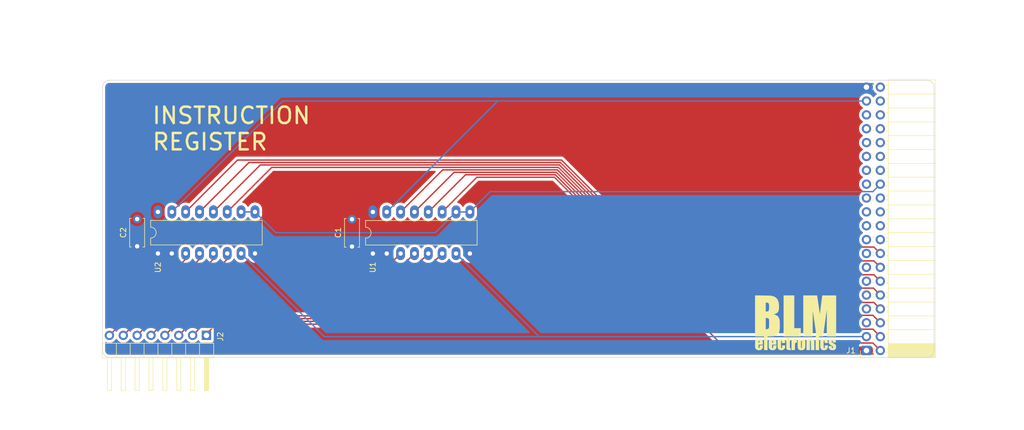
<source format=kicad_pcb>
(kicad_pcb (version 20211014) (generator pcbnew)
  (layers (0 "F.Cu" signal) (31 "B.Cu" signal) (34 "B.Paste" user) (35 "F.Paste" user) (36 "B.SilkS" user "B.Silkscreen") (37 "F.SilkS" user "F.Silkscreen") (38 "B.Mask" user) (39 "F.Mask" user) (44 "Edge.Cuts" user))
  (net 0 "")
  (net 1 "/VCC")
  (net 2 "/GND")
  (net 3 "/BUS_0")
  (net 4 "/CLK")
  (net 5 "/BUS_1")
  (net 7 "/BUS_2")
  (net 9 "/BUS_3")
  (net 11 "/BUS_4")
  (net 13 "/BUS_5")
  (net 15 "/BUS_6")
  (net 17 "/BUS_7")
  (net 27 "/~{IRIN}")
  (net 38 "/CLR")
  (net 41 "/IR_0")
  (net 42 "/IR_1")
  (net 43 "/IR_2")
  (net 44 "/IR_3")
  (net 45 "/IR_4")
  (net 46 "/IR_5")
  (net 47 "/IR_6")
  (net 48 "/IR_7")
  (footprint "Capacitor_THT:C_Disc_D5.0mm_W2.5mm_P5.00mm" (layer "F.Cu") (at 31.75 50.84 -90)
    (fp_text reference "C2" (at 2.5 2.54 90) (layer "F.SilkS"))
    (fp_text value "100n")
    (pad "1" thru_hole circle locked (at 0 0 270) (size 1.6 1.6) (drill 0.8) (layers *.Cu *.Mask) (net 1 "/VCC"))
    (pad "2" thru_hole circle locked (at 5 0 270) (size 1.6 1.6) (drill 0.8) (layers *.Cu *.Mask) (net 2 "/GND"))
  )
  (footprint "Capacitor_THT:C_Disc_D5.0mm_W2.5mm_P5.00mm" (layer "F.Cu") (at 71.12 50.88 -90)
    (fp_text reference "C1" (at 2.46 2.54 90) (layer "F.SilkS"))
    (fp_text value "100n")
    (pad "1" thru_hole circle locked (at 0 0 270) (size 1.6 1.6) (drill 0.8) (layers *.Cu *.Mask) (net 1 "/VCC"))
    (pad "2" thru_hole circle locked (at 5 0 270) (size 1.6 1.6) (drill 0.8) (layers *.Cu *.Mask) (net 2 "/GND"))
  )
  (footprint "Package_DIP:DIP-16_W7.62mm_LongPads" (layer "F.Cu") (at 74.945 57.165 90)
    (fp_text reference "U1" (at -2.525 -0.015 90) (layer "F.SilkS"))
    (fp_text value "74LS173")
    (pad "1" thru_hole rect locked (at 0 0 90) (size 2.4 1.6) (drill 0.8) (layers *.Cu *.Mask) (net 2 "/GND"))
    (pad "2" thru_hole oval locked (at 0 2.54 90) (size 2.4 1.6) (drill 0.8) (layers *.Cu *.Mask) (net 2 "/GND"))
    (pad "3" thru_hole oval locked (at 0 5.08 90) (size 2.4 1.6) (drill 0.8) (layers *.Cu *.Mask) (net 44 "/IR_3"))
    (pad "4" thru_hole oval locked (at 0 7.62 90) (size 2.4 1.6) (drill 0.8) (layers *.Cu *.Mask) (net 43 "/IR_2"))
    (pad "5" thru_hole oval locked (at 0 10.16 90) (size 2.4 1.6) (drill 0.8) (layers *.Cu *.Mask) (net 42 "/IR_1"))
    (pad "6" thru_hole oval locked (at 0 12.7 90) (size 2.4 1.6) (drill 0.8) (layers *.Cu *.Mask) (net 41 "/IR_0"))
    (pad "7" thru_hole oval locked (at 0 15.24 90) (size 2.4 1.6) (drill 0.8) (layers *.Cu *.Mask) (net 4 "/CLK"))
    (pad "8" thru_hole oval locked (at 0 17.78 90) (size 2.4 1.6) (drill 0.8) (layers *.Cu *.Mask) (net 2 "/GND"))
    (pad "9" thru_hole oval locked (at 7.62 17.78 90) (size 2.4 1.6) (drill 0.8) (layers *.Cu *.Mask) (net 27 "/~{IRIN}"))
    (pad "10" thru_hole oval locked (at 7.62 15.24 90) (size 2.4 1.6) (drill 0.8) (layers *.Cu *.Mask) (net 27 "/~{IRIN}"))
    (pad "11" thru_hole oval locked (at 7.62 12.7 90) (size 2.4 1.6) (drill 0.8) (layers *.Cu *.Mask) (net 3 "/BUS_0"))
    (pad "12" thru_hole oval locked (at 7.62 10.16 90) (size 2.4 1.6) (drill 0.8) (layers *.Cu *.Mask) (net 5 "/BUS_1"))
    (pad "13" thru_hole oval locked (at 7.62 7.62 90) (size 2.4 1.6) (drill 0.8) (layers *.Cu *.Mask) (net 7 "/BUS_2"))
    (pad "14" thru_hole oval locked (at 7.62 5.08 90) (size 2.4 1.6) (drill 0.8) (layers *.Cu *.Mask) (net 9 "/BUS_3"))
    (pad "15" thru_hole oval locked (at 7.62 2.54 90) (size 2.4 1.6) (drill 0.8) (layers *.Cu *.Mask) (net 38 "/CLR"))
    (pad "16" thru_hole oval locked (at 7.62 0 90) (size 2.4 1.6) (drill 0.8) (layers *.Cu *.Mask) (net 1 "/VCC"))
  )
  (footprint "Connector_PinHeader_2.54mm:PinHeader_1x08_P2.54mm_Horizontal" (layer "F.Cu") (at 44.45 72.16 -90)
    (fp_text reference "J2" (at 0.23 -2.54 90) (layer "F.SilkS"))
    (fp_text value "Conn_01x08")
    (pad "1" thru_hole rect locked (at 0 0 270) (size 1.7 1.7) (drill 1) (layers *.Cu *.Mask) (net 41 "/IR_0"))
    (pad "2" thru_hole oval locked (at 0 2.54 270) (size 1.7 1.7) (drill 1) (layers *.Cu *.Mask) (net 42 "/IR_1"))
    (pad "3" thru_hole oval locked (at 0 5.08 270) (size 1.7 1.7) (drill 1) (layers *.Cu *.Mask) (net 43 "/IR_2"))
    (pad "4" thru_hole oval locked (at 0 7.62 270) (size 1.7 1.7) (drill 1) (layers *.Cu *.Mask) (net 44 "/IR_3"))
    (pad "5" thru_hole oval locked (at 0 10.16 270) (size 1.7 1.7) (drill 1) (layers *.Cu *.Mask) (net 45 "/IR_4"))
    (pad "6" thru_hole oval locked (at 0 12.7 270) (size 1.7 1.7) (drill 1) (layers *.Cu *.Mask) (net 46 "/IR_5"))
    (pad "7" thru_hole oval locked (at 0 15.24 270) (size 1.7 1.7) (drill 1) (layers *.Cu *.Mask) (net 47 "/IR_6"))
    (pad "8" thru_hole oval locked (at 0 17.78 270) (size 1.7 1.7) (drill 1) (layers *.Cu *.Mask) (net 48 "/IR_7"))
  )
  (footprint "Connector_PinSocket_2.54mm:PinSocket_2x20_P2.54mm_Horizontal" (layer "F.Cu") (at 165.4 74.93 180)
    (fp_text reference "J1" (at 2.84 0) (layer "F.SilkS"))
    (fp_text value "Conn_02x20_Odd_Even")
    (pad "1" thru_hole rect locked (at 0 0 180) (size 1.7 1.7) (drill 1) (layers *.Cu *.Mask) (net 1 "/VCC"))
    (pad "2" thru_hole oval locked (at -2.54 0 180) (size 1.7 1.7) (drill 1) (layers *.Cu *.Mask) (net 3 "/BUS_0"))
    (pad "3" thru_hole oval locked (at 0 2.54 180) (size 1.7 1.7) (drill 1) (layers *.Cu *.Mask) (net 4 "/CLK"))
    (pad "4" thru_hole oval locked (at -2.54 2.54 180) (size 1.7 1.7) (drill 1) (layers *.Cu *.Mask) (net 5 "/BUS_1"))
    (pad "5" thru_hole oval locked (at 0 5.08 180) (size 1.7 1.7) (drill 1) (layers *.Cu *.Mask))
    (pad "6" thru_hole oval locked (at -2.54 5.08 180) (size 1.7 1.7) (drill 1) (layers *.Cu *.Mask) (net 7 "/BUS_2"))
    (pad "7" thru_hole oval locked (at 0 7.62 180) (size 1.7 1.7) (drill 1) (layers *.Cu *.Mask))
    (pad "8" thru_hole oval locked (at -2.54 7.62 180) (size 1.7 1.7) (drill 1) (layers *.Cu *.Mask) (net 9 "/BUS_3"))
    (pad "9" thru_hole oval locked (at 0 10.16 180) (size 1.7 1.7) (drill 1) (layers *.Cu *.Mask))
    (pad "10" thru_hole oval locked (at -2.54 10.16 180) (size 1.7 1.7) (drill 1) (layers *.Cu *.Mask) (net 11 "/BUS_4"))
    (pad "11" thru_hole oval locked (at 0 12.7 180) (size 1.7 1.7) (drill 1) (layers *.Cu *.Mask))
    (pad "12" thru_hole oval locked (at -2.54 12.7 180) (size 1.7 1.7) (drill 1) (layers *.Cu *.Mask) (net 13 "/BUS_5"))
    (pad "13" thru_hole oval locked (at 0 15.24 180) (size 1.7 1.7) (drill 1) (layers *.Cu *.Mask))
    (pad "14" thru_hole oval locked (at -2.54 15.24 180) (size 1.7 1.7) (drill 1) (layers *.Cu *.Mask) (net 15 "/BUS_6"))
    (pad "15" thru_hole oval locked (at 0 17.78 180) (size 1.7 1.7) (drill 1) (layers *.Cu *.Mask))
    (pad "16" thru_hole oval locked (at -2.54 17.78 180) (size 1.7 1.7) (drill 1) (layers *.Cu *.Mask) (net 17 "/BUS_7"))
    (pad "17" thru_hole oval locked (at 0 20.32 180) (size 1.7 1.7) (drill 1) (layers *.Cu *.Mask))
    (pad "18" thru_hole oval locked (at -2.54 20.32 180) (size 1.7 1.7) (drill 1) (layers *.Cu *.Mask))
    (pad "19" thru_hole oval locked (at 0 22.86 180) (size 1.7 1.7) (drill 1) (layers *.Cu *.Mask))
    (pad "20" thru_hole oval locked (at -2.54 22.86 180) (size 1.7 1.7) (drill 1) (layers *.Cu *.Mask))
    (pad "21" thru_hole oval locked (at 0 25.4 180) (size 1.7 1.7) (drill 1) (layers *.Cu *.Mask))
    (pad "22" thru_hole oval locked (at -2.54 25.4 180) (size 1.7 1.7) (drill 1) (layers *.Cu *.Mask))
    (pad "23" thru_hole oval locked (at 0 27.94 180) (size 1.7 1.7) (drill 1) (layers *.Cu *.Mask))
    (pad "24" thru_hole oval locked (at -2.54 27.94 180) (size 1.7 1.7) (drill 1) (layers *.Cu *.Mask))
    (pad "25" thru_hole oval locked (at 0 30.48 180) (size 1.7 1.7) (drill 1) (layers *.Cu *.Mask))
    (pad "26" thru_hole oval locked (at -2.54 30.48 180) (size 1.7 1.7) (drill 1) (layers *.Cu *.Mask) (net 27 "/~{IRIN}"))
    (pad "27" thru_hole oval locked (at 0 33.02 180) (size 1.7 1.7) (drill 1) (layers *.Cu *.Mask))
    (pad "28" thru_hole oval locked (at -2.54 33.02 180) (size 1.7 1.7) (drill 1) (layers *.Cu *.Mask))
    (pad "29" thru_hole oval locked (at 0 35.56 180) (size 1.7 1.7) (drill 1) (layers *.Cu *.Mask))
    (pad "30" thru_hole oval locked (at -2.54 35.56 180) (size 1.7 1.7) (drill 1) (layers *.Cu *.Mask))
    (pad "31" thru_hole oval locked (at 0 38.1 180) (size 1.7 1.7) (drill 1) (layers *.Cu *.Mask))
    (pad "32" thru_hole oval locked (at -2.54 38.1 180) (size 1.7 1.7) (drill 1) (layers *.Cu *.Mask))
    (pad "33" thru_hole oval locked (at 0 40.64 180) (size 1.7 1.7) (drill 1) (layers *.Cu *.Mask))
    (pad "34" thru_hole oval locked (at -2.54 40.64 180) (size 1.7 1.7) (drill 1) (layers *.Cu *.Mask))
    (pad "35" thru_hole oval locked (at 0 43.18 180) (size 1.7 1.7) (drill 1) (layers *.Cu *.Mask))
    (pad "36" thru_hole oval locked (at -2.54 43.18 180) (size 1.7 1.7) (drill 1) (layers *.Cu *.Mask))
    (pad "37" thru_hole oval locked (at 0 45.72 180) (size 1.7 1.7) (drill 1) (layers *.Cu *.Mask) (net 38 "/CLR"))
    (pad "38" thru_hole oval locked (at -2.54 45.72 180) (size 1.7 1.7) (drill 1) (layers *.Cu *.Mask))
    (pad "39" thru_hole oval locked (at 0 48.26 180) (size 1.7 1.7) (drill 1) (layers *.Cu *.Mask) (net 2 "/GND"))
    (pad "40" thru_hole oval locked (at -2.54 48.26 180) (size 1.7 1.7) (drill 1) (layers *.Cu *.Mask))
  )
  (footprint "Package_DIP:DIP-16_W7.62mm_LongPads" (layer "F.Cu") (at 35.56 57.15 90)
    (fp_text reference "U2" (at -2.54 0 90) (layer "F.SilkS"))
    (fp_text value "74LS173")
    (pad "1" thru_hole rect locked (at 0 0 90) (size 2.4 1.6) (drill 0.8) (layers *.Cu *.Mask) (net 2 "/GND"))
    (pad "2" thru_hole oval locked (at 0 2.54 90) (size 2.4 1.6) (drill 0.8) (layers *.Cu *.Mask) (net 2 "/GND"))
    (pad "3" thru_hole oval locked (at 0 5.08 90) (size 2.4 1.6) (drill 0.8) (layers *.Cu *.Mask) (net 48 "/IR_7"))
    (pad "4" thru_hole oval locked (at 0 7.62 90) (size 2.4 1.6) (drill 0.8) (layers *.Cu *.Mask) (net 47 "/IR_6"))
    (pad "5" thru_hole oval locked (at 0 10.16 90) (size 2.4 1.6) (drill 0.8) (layers *.Cu *.Mask) (net 46 "/IR_5"))
    (pad "6" thru_hole oval locked (at 0 12.7 90) (size 2.4 1.6) (drill 0.8) (layers *.Cu *.Mask) (net 45 "/IR_4"))
    (pad "7" thru_hole oval locked (at 0 15.24 90) (size 2.4 1.6) (drill 0.8) (layers *.Cu *.Mask) (net 4 "/CLK"))
    (pad "8" thru_hole oval locked (at 0 17.78 90) (size 2.4 1.6) (drill 0.8) (layers *.Cu *.Mask) (net 2 "/GND"))
    (pad "9" thru_hole oval locked (at 7.62 17.78 90) (size 2.4 1.6) (drill 0.8) (layers *.Cu *.Mask) (net 27 "/~{IRIN}"))
    (pad "10" thru_hole oval locked (at 7.62 15.24 90) (size 2.4 1.6) (drill 0.8) (layers *.Cu *.Mask) (net 27 "/~{IRIN}"))
    (pad "11" thru_hole oval locked (at 7.62 12.7 90) (size 2.4 1.6) (drill 0.8) (layers *.Cu *.Mask) (net 11 "/BUS_4"))
    (pad "12" thru_hole oval locked (at 7.62 10.16 90) (size 2.4 1.6) (drill 0.8) (layers *.Cu *.Mask) (net 13 "/BUS_5"))
    (pad "13" thru_hole oval locked (at 7.62 7.62 90) (size 2.4 1.6) (drill 0.8) (layers *.Cu *.Mask) (net 15 "/BUS_6"))
    (pad "14" thru_hole oval locked (at 7.62 5.08 90) (size 2.4 1.6) (drill 0.8) (layers *.Cu *.Mask) (net 17 "/BUS_7"))
    (pad "15" thru_hole oval locked (at 7.62 2.54 90) (size 2.4 1.6) (drill 0.8) (layers *.Cu *.Mask) (net 38 "/CLR"))
    (pad "16" thru_hole oval locked (at 7.62 0 90) (size 2.4 1.6) (drill 0.8) (layers *.Cu *.Mask) (net 1 "/VCC"))
  )
  (footprint "Matthias:LogoBLM_10mm" (layer "F.Cu") (at 152.4 69.85)
    (fp_text reference "G***" hide)
    (fp_text value "LOGO" hide)
  )
  (gr_arc (start 177.8 74.93) (mid 177.428026 75.828026) (end 176.53 76.2) (layer "Edge.Cuts") (width 0.1))
  (gr_line (start 26.67 76.2) (end 176.53 76.2) (layer "Edge.Cuts") (width 0.1))
  (gr_line (start 25.4 26.67) (end 25.4 74.93) (layer "Edge.Cuts") (width 0.1))
  (gr_arc (start 25.4 26.67) (mid 25.771974 25.771974) (end 26.67 25.4) (layer "Edge.Cuts") (width 0.1))
  (gr_line (start 176.53 25.4) (end 26.67 25.4) (layer "Edge.Cuts") (width 0.1))
  (gr_arc (start 176.53 25.4) (mid 177.428026 25.771974) (end 177.8 26.67) (layer "Edge.Cuts") (width 0.1))
  (gr_line (start 177.8 74.93) (end 177.8 26.67) (layer "Edge.Cuts") (width 0.1))
  (gr_arc (start 26.67 76.2) (mid 25.771974 75.828026) (end 25.4 74.93) (layer "Edge.Cuts") (width 0.1))
  (gr_text "INSTRUCTION\nREGISTER" (at 34.29 34.29) (layer "F.SilkS") (effects (font (size 3 3) (thickness 0.45)) (justify left)))
  (segment (start 138.588511 73.564511) (end 108.204 43.18) (width 0.25) (layer "F.Cu") (net 3))
  (segment (start 108.204 43.18) (end 94.01 43.18) (width 0.25) (layer "F.Cu") (net 3))
  (segment (start 166.574511 73.564511) (end 138.588511 73.564511) (width 0.25) (layer "F.Cu") (net 3))
  (segment (start 94.01 43.18) (end 87.645 49.545) (width 0.25) (layer "F.Cu") (net 3))
  (segment (start 167.94 74.93) (end 166.574511 73.564511) (width 0.25) (layer "F.Cu") (net 3))
  (segment (start 105.41 72.39) (end 90.185 57.165) (width 0.25) (layer "B.Cu") (net 4))
  (segment (start 105.41 72.39) (end 66.04 72.39) (width 0.25) (layer "B.Cu") (net 4))
  (segment (start 66.04 72.39) (end 50.8 57.15) (width 0.25) (layer "B.Cu") (net 4))
  (segment (start 165.4 72.39) (end 105.41 72.39) (width 0.25) (layer "B.Cu") (net 4))
  (segment (start 108.390194 42.73049) (end 91.91951 42.73049) (width 0.25) (layer "F.Cu") (net 5))
  (segment (start 136.684215 71.024511) (end 108.390194 42.73049) (width 0.25) (layer "F.Cu") (net 5))
  (segment (start 167.94 72.39) (end 166.574511 71.024511) (width 0.25) (layer "F.Cu") (net 5))
  (segment (start 166.574511 71.024511) (end 136.684215 71.024511) (width 0.25) (layer "F.Cu") (net 5))
  (segment (start 91.91951 42.73049) (end 85.105 49.545) (width 0.25) (layer "F.Cu") (net 5))
  (segment (start 166.574511 68.484511) (end 134.779919 68.484511) (width 0.25) (layer "F.Cu") (net 7))
  (segment (start 108.576387 42.280979) (end 89.829021 42.280979) (width 0.25) (layer "F.Cu") (net 7))
  (segment (start 167.94 69.85) (end 166.574511 68.484511) (width 0.25) (layer "F.Cu") (net 7))
  (segment (start 134.779919 68.484511) (end 108.576387 42.280979) (width 0.25) (layer "F.Cu") (net 7))
  (segment (start 89.829021 42.280979) (end 82.565 49.545) (width 0.25) (layer "F.Cu") (net 7))
  (segment (start 87.738532 41.831468) (end 80.025 49.545) (width 0.25) (layer "F.Cu") (net 9))
  (segment (start 166.765489 66.135489) (end 133.066601 66.135489) (width 0.25) (layer "F.Cu") (net 9))
  (segment (start 108.76258 41.831468) (end 87.738532 41.831468) (width 0.25) (layer "F.Cu") (net 9))
  (segment (start 167.94 67.31) (end 166.765489 66.135489) (width 0.25) (layer "F.Cu") (net 9))
  (segment (start 133.066601 66.135489) (end 108.76258 41.831468) (width 0.25) (layer "F.Cu") (net 9))
  (segment (start 167.94 64.77) (end 166.67 63.5) (width 0.25) (layer "F.Cu") (net 11))
  (segment (start 166.67 63.5) (end 131.066816 63.5) (width 0.25) (layer "F.Cu") (net 11))
  (segment (start 108.948772 41.381957) (end 56.408043 41.381957) (width 0.25) (layer "F.Cu") (net 11))
  (segment (start 131.066816 63.5) (end 108.948772 41.381957) (width 0.25) (layer "F.Cu") (net 11))
  (segment (start 56.408043 41.381957) (end 48.26 49.53) (width 0.25) (layer "F.Cu") (net 11))
  (segment (start 54.317554 40.932446) (end 45.72 49.53) (width 0.25) (layer "F.Cu") (net 13))
  (segment (start 129.258009 61.055489) (end 109.134964 40.932446) (width 0.25) (layer "F.Cu") (net 13))
  (segment (start 109.134964 40.932446) (end 54.317554 40.932446) (width 0.25) (layer "F.Cu") (net 13))
  (segment (start 166.765489 61.055489) (end 129.258009 61.055489) (width 0.25) (layer "F.Cu") (net 13))
  (segment (start 167.94 62.23) (end 166.765489 61.055489) (width 0.25) (layer "F.Cu") (net 13))
  (segment (start 166.765489 58.515489) (end 127.353713 58.515489) (width 0.25) (layer "F.Cu") (net 15))
  (segment (start 127.353713 58.515489) (end 109.321156 40.482935) (width 0.25) (layer "F.Cu") (net 15))
  (segment (start 52.227065 40.482935) (end 43.18 49.53) (width 0.25) (layer "F.Cu") (net 15))
  (segment (start 109.321156 40.482935) (end 52.227065 40.482935) (width 0.25) (layer "F.Cu") (net 15))
  (segment (start 167.94 59.69) (end 166.765489 58.515489) (width 0.25) (layer "F.Cu") (net 15))
  (segment (start 50.136576 40.033424) (end 40.64 49.53) (width 0.25) (layer "F.Cu") (net 17))
  (segment (start 167.94 57.15) (end 166.765489 55.975489) (width 0.25) (layer "F.Cu") (net 17))
  (segment (start 109.507348 40.033424) (end 50.136576 40.033424) (width 0.25) (layer "F.Cu") (net 17))
  (segment (start 166.765489 55.975489) (end 125.449417 55.975489) (width 0.25) (layer "F.Cu") (net 17))
  (segment (start 125.449417 55.975489) (end 109.507348 40.033424) (width 0.25) (layer "F.Cu") (net 17))
  (segment (start 96.454511 45.815489) (end 92.725 49.545) (width 0.25) (layer "B.Cu") (net 27))
  (segment (start 92.725 49.545) (end 90.185 49.545) (width 0.25) (layer "B.Cu") (net 27))
  (segment (start 166.574511 45.815489) (end 96.454511 45.815489) (width 0.25) (layer "B.Cu") (net 27))
  (segment (start 57.15 53.34) (end 53.34 49.53) (width 0.25) (layer "B.Cu") (net 27))
  (segment (start 167.94 44.45) (end 166.574511 45.815489) (width 0.25) (layer "B.Cu") (net 27))
  (segment (start 53.34 49.53) (end 50.8 49.53) (width 0.25) (layer "B.Cu") (net 27))
  (segment (start 86.39 53.34) (end 57.15 53.34) (width 0.25) (layer "B.Cu") (net 27))
  (segment (start 90.185 49.545) (end 86.39 53.34) (width 0.25) (layer "B.Cu") (net 27))
  (segment (start 58.42 29.21) (end 38.1 49.53) (width 0.25) (layer "B.Cu") (net 38))
  (segment (start 165.4 29.21) (end 97.82 29.21) (width 0.25) (layer "B.Cu") (net 38))
  (segment (start 97.82 29.21) (end 77.485 49.545) (width 0.25) (layer "B.Cu") (net 38))
  (segment (start 97.82 29.21) (end 58.42 29.21) (width 0.25) (layer "B.Cu") (net 38))
  (segment (start 44.45 72.16) (end 44.45 71.882) (width 0.25) (layer "F.Cu") (net 41))
  (segment (start 46.228 70.104) (end 74.706 70.104) (width 0.25) (layer "F.Cu") (net 41))
  (segment (start 44.45 71.882) (end 46.228 70.104) (width 0.25) (layer "F.Cu") (net 41))
  (segment (start 74.706 70.104) (end 87.645 57.165) (width 0.25) (layer "F.Cu") (net 41))
  (segment (start 72.674 69.596) (end 85.105 57.165) (width 0.25) (layer "F.Cu") (net 42))
  (segment (start 41.91 72.16) (end 44.474 69.596) (width 0.25) (layer "F.Cu") (net 42))
  (segment (start 44.474 69.596) (end 72.674 69.596) (width 0.25) (layer "F.Cu") (net 42))
  (segment (start 39.37 72.16) (end 42.442 69.088) (width 0.25) (layer "F.Cu") (net 43))
  (segment (start 70.642 69.088) (end 82.565 57.165) (width 0.25) (layer "F.Cu") (net 43))
  (segment (start 42.442 69.088) (end 70.642 69.088) (width 0.25) (layer "F.Cu") (net 43))
  (segment (start 68.61 68.58) (end 80.025 57.165) (width 0.25) (layer "F.Cu") (net 44))
  (segment (start 36.83 72.16) (end 40.41 68.58) (width 0.25) (layer "F.Cu") (net 44))
  (segment (start 40.41 68.58) (end 68.61 68.58) (width 0.25) (layer "F.Cu") (net 44))
  (segment (start 48.26 58.19) (end 34.29 72.16) (width 0.25) (layer "F.Cu") (net 45))
  (segment (start 48.26 57.15) (end 48.26 58.19) (width 0.25) (layer "F.Cu") (net 45))
  (segment (start 45.72 58.19) (end 31.75 72.16) (width 0.25) (layer "F.Cu") (net 46))
  (segment (start 45.72 57.15) (end 45.72 58.19) (width 0.25) (layer "F.Cu") (net 46))
  (segment (start 43.18 58.19) (end 29.21 72.16) (width 0.25) (layer "F.Cu") (net 47))
  (segment (start 43.18 57.15) (end 43.18 58.19) (width 0.25) (layer "F.Cu") (net 47))
  (segment (start 40.64 57.15) (end 40.64 58.19) (width 0.25) (layer "F.Cu") (net 48))
  (segment (start 40.64 58.19) (end 26.67 72.16) (width 0.25) (layer "F.Cu") (net 48))
  (zone (net 1) (net_name "/VCC") (layer "F.Cu") (connect_pads yes (clearance 0.508)) (min_thickness 0.254) (fill yes (thermal_gap 0.508) (thermal_bridge_width 0.508))
    (polygon (pts (xy 177.8 76.2) (xy 25.4 76.2) (xy 25.4 25.4) (xy 177.8 25.4)))
  )
  (zone (net 2) (net_name "/GND") (layer "B.Cu") (connect_pads yes (clearance 0.508)) (min_thickness 0.254) (fill yes (thermal_gap 0.508) (thermal_bridge_width 0.508))
    (polygon (pts (xy 177.8 76.2) (xy 25.4 76.2) (xy 25.4 25.4) (xy 177.8 25.4)))
  )
)
</source>
